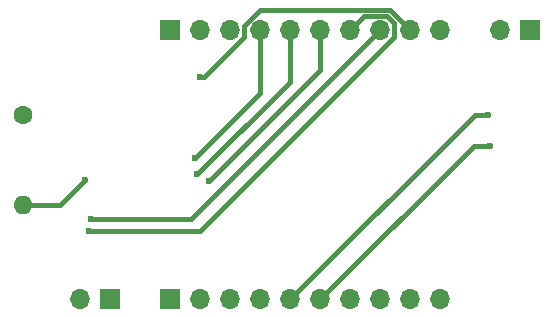
<source format=gbr>
G04 #@! TF.GenerationSoftware,KiCad,Pcbnew,(5.1.7-0-10_14)*
G04 #@! TF.CreationDate,2020-12-22T02:57:25-08:00*
G04 #@! TF.ProjectId,OPL3_breakout,4f504c33-5f62-4726-9561-6b6f75742e6b,1*
G04 #@! TF.SameCoordinates,Original*
G04 #@! TF.FileFunction,Copper,L4,Bot*
G04 #@! TF.FilePolarity,Positive*
%FSLAX46Y46*%
G04 Gerber Fmt 4.6, Leading zero omitted, Abs format (unit mm)*
G04 Created by KiCad (PCBNEW (5.1.7-0-10_14)) date 2020-12-22 02:57:25*
%MOMM*%
%LPD*%
G01*
G04 APERTURE LIST*
G04 #@! TA.AperFunction,ComponentPad*
%ADD10O,1.600000X1.600000*%
G04 #@! TD*
G04 #@! TA.AperFunction,ComponentPad*
%ADD11C,1.600000*%
G04 #@! TD*
G04 #@! TA.AperFunction,ComponentPad*
%ADD12O,1.700000X1.700000*%
G04 #@! TD*
G04 #@! TA.AperFunction,ComponentPad*
%ADD13R,1.700000X1.700000*%
G04 #@! TD*
G04 #@! TA.AperFunction,ViaPad*
%ADD14C,0.600000*%
G04 #@! TD*
G04 #@! TA.AperFunction,Conductor*
%ADD15C,0.400000*%
G04 #@! TD*
G04 APERTURE END LIST*
D10*
X132800000Y-101220000D03*
D11*
X132800000Y-93600000D03*
D12*
X173240000Y-86400000D03*
D13*
X175780000Y-86400000D03*
D12*
X137680000Y-109200000D03*
D13*
X140220000Y-109200000D03*
D12*
X168160000Y-109200000D03*
X165620000Y-109200000D03*
X163080000Y-109200000D03*
X160540000Y-109200000D03*
X158000000Y-109200000D03*
X155460000Y-109200000D03*
X152920000Y-109200000D03*
X150380000Y-109200000D03*
X147840000Y-109200000D03*
D13*
X145300000Y-109200000D03*
D12*
X168160000Y-86400000D03*
X165620000Y-86400000D03*
X163080000Y-86400000D03*
X160540000Y-86400000D03*
X158000000Y-86400000D03*
X155460000Y-86400000D03*
X152920000Y-86400000D03*
X150380000Y-86400000D03*
X147840000Y-86400000D03*
D13*
X145300000Y-86400000D03*
D14*
X147800000Y-90400000D03*
X147400000Y-97238000D03*
X147600000Y-98600000D03*
X148600000Y-99200000D03*
X138400000Y-103400000D03*
X138600000Y-102400000D03*
X138100000Y-99100000D03*
X172200000Y-93600000D03*
X172400000Y-96200000D03*
D15*
X148121962Y-90400000D02*
X147800000Y-90400000D01*
X151557001Y-86964961D02*
X148121962Y-90400000D01*
X151557001Y-86021037D02*
X151557001Y-86964961D01*
X152882049Y-84695989D02*
X151557001Y-86021037D01*
X163915989Y-84695989D02*
X152882049Y-84695989D01*
X165620000Y-86400000D02*
X163915989Y-84695989D01*
X152920000Y-91718000D02*
X152920000Y-86400000D01*
X147400000Y-97238000D02*
X152920000Y-91718000D01*
X155460000Y-90800000D02*
X155460000Y-86400000D01*
X147600000Y-98600000D02*
X155460000Y-90800000D01*
X158000000Y-89600000D02*
X158000000Y-86400000D01*
X158000000Y-89800000D02*
X158000000Y-89600000D01*
X148600000Y-99200000D02*
X158000000Y-89800000D01*
X164257001Y-85835039D02*
X163644961Y-85222999D01*
X161717001Y-85222999D02*
X160540000Y-86400000D01*
X164257001Y-86964961D02*
X164257001Y-85835039D01*
X163644961Y-85222999D02*
X161717001Y-85222999D01*
X147821962Y-103400000D02*
X164257001Y-86964961D01*
X138400000Y-103400000D02*
X147821962Y-103400000D01*
X147080000Y-102400000D02*
X163080000Y-86400000D01*
X138600000Y-102400000D02*
X147080000Y-102400000D01*
X135980000Y-101220000D02*
X132800000Y-101220000D01*
X138100000Y-99100000D02*
X135980000Y-101220000D01*
X171060000Y-93600000D02*
X155460000Y-109200000D01*
X172200000Y-93600000D02*
X171060000Y-93600000D01*
X171000000Y-96200000D02*
X158000000Y-109200000D01*
X172400000Y-96200000D02*
X171000000Y-96200000D01*
M02*

</source>
